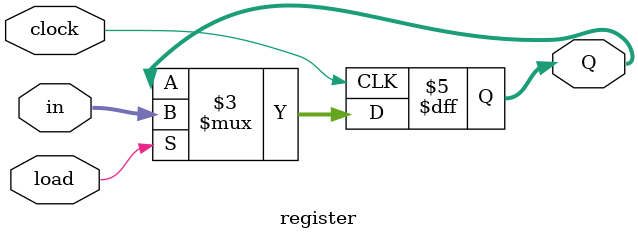
<source format=v>


// register_file file(out1,out0,pc,clk,rfld,bdin,ma,mb);
// //simulation time
// initial #sim_time $finish;

// initial begin
//   pc <= 4;
//   repeat(15) #40 pc <= pc + 4;
// end
// //manejar clock
// initial begin
//   clk <= 1'b1;
//   repeat(10) #10 clk = ~clk;
// end
// //manejar load
// initial begin
//   rfld <= 1'b0;
//   repeat (5) #20 rfld <= ~rfld;
// end
// //manejar binary decoder
// initial begin
//   bdin <= 4'b0000;
//   repeat(16) #40 bdin <= bdin + 4'b0001;
// end 
// //manejar muxA
// initial begin
//   ma <= 4'b0000;
//   #600 repeat(7) #20 ma <= ma +4'b0001;
// end
// //manejar muxB
// initial begin
//   mb <= 4'b1000;
//   #600 repeat(7) #20 mb <= mb +4'b0001;
// end
// //Load a registro 10
// initial begin
//   #750 bdin <= 10;
// end
// //Nuevo valor para registro 10
// initial begin
// #750 pc <=99;
// end
// //Seleccionar registro 10
// initial begin
//   #750 begin 
//   ma <= 10;
//   //mb <=10;
//   end
// end
// initial begin
//   $display("     OutputA         OutputB     PC   Clock  Load    MuxA    MuxB                Time");
//   $monitor("%d, %d, %d,     %b,     %b,     R%d,     R%d,  %d",out0,out1,pc,clk,rfld,ma,mb,$time);
// end
// endmodule

//Register file 
 module register_file(output wire [31:0] out1, output wire [31:0] out0, input [31:0] pc, input clk,rfld, input [3:0] bd, input[3:0]ma,input[3:0]mb);
  //Wires for binary decoder to register
  wire wbd0, wbd1, wbd2, wbd3,wbd4,wbd5,wbd6,wbd7,wbd8,wbd9,wbd10,wbd11,wbd12,wbd13,wbd14,wbd15;
  //Wires for register to multiplexers
  wire [31:0] wr0,wr1,wr2,wr3,wr4,wr5,wr6,wr7,wr8,wr9,wr10,wr11,wr12,wr13,wr14,wr15;
  
  //wires for multiplexers to exit in module arguments
  //binary decoder
  binary_decoder binde(wbd0, wbd1, wbd2, wbd3,wbd4,wbd5,wbd6,wbd7,wbd8,wbd9,wbd10,wbd11,wbd12,wbd13,wbd14,wbd15,rfld,bd);
  //Connect binary decoder to every register
  register r0(wr0,clk,wbd0,pc);//wr0
  register r1(wr1,clk,wbd1,pc);//wr1
  register r2(wr2,clk,wbd2,pc);
  register r3(wr3,clk,wbd3,pc);
  register r4(wr4,clk,wbd4,pc);
  register r5(wr5,clk,wbd5,pc);
  register r6(wr6,clk,wbd6,pc);
  register r7(wr7,clk,wbd7,pc);
  register r8(wr8,clk,wbd8,pc);
  register r9(wr9,clk,wbd9,pc); 
  register r10(wr10,clk,wbd10,pc);
  register r11(wr11,clk,wbd11,pc);
  register r12(wr12,clk,wbd12,pc);
  register r13(wr13,clk,wbd13,pc);
  register r14(wr14,clk,wbd14,pc); // link register
  register r15(wr15,clk,wbd15,pc);//wr15 // program counter
  //Connect registers to multiplexers
  mux_16_1 muxa(out0,ma,wr0,wr1,wr2,wr3,wr4,wr5,wr6,wr7,wr8,wr9,wr10,wr11,wr12,wr13,wr14,wr15);
  mux_16_1 muxb(out1,mb,wr0,wr1,wr2,wr3,wr4,wr5,wr6,wr7,wr8,wr9,wr10,wr11,wr12,wr13,wr14,wr15);
  // initial begin
  //   $display("wr0       wr1       wr2       wr3       wr4        wr5       wr6       wr7       wr8       wr9       wr10          wr11        wr12        wr13        wr14        wr15 ");
  //   $monitor("%b %b %b %b %b %b %b %b %b %b %b %b %b %b %b"
  // ,wr0,wr1,wr2,wr3,wr4,wr5,wr6,wr7,wr8,wr9,wr10,wr11,wr12,wr13,wr14,wr15);
  // end

  // initial begin
    
  //   $monitor("%d", wr15);
  
  // end
  
endmodule

//Test module: Works===========================================================================
// module test_mux;
// parameter sim_time = 25;
// wire [31:0] exit;
// reg [3:0] sel;
//   reg [31:0] in0;
//   reg [31:0] in1;
//   reg [31:0] in2;
//   reg [31:0] in3;
//   reg [31:0] in4;
//   reg [31:0] in5;
//   reg [31:0] in6;
//   reg [31:0] in7;
//   reg [31:0] in8;
//   reg [31:0] in9;
//   reg [31:0] in10;
//   reg [31:0] in11;
//   reg [31:0] in12;
//   reg [31:0] in13;
//   reg [31:0] in14;
//   reg [31:0] in15;
  

// mux_16_1 mux(exit,sel,in0,in1,in2,in3,in4,in5,in6,in7,in8,in9,in10,in11,in12,in13,in14,in15);

// initial #sim_time $finish;
//   initial begin
//     $display(" exit--------------------------------->Select----------------------->time");
//     $monitor(" %b ----> %b ----> %d",exit,sel,$time);
//   end

//   initial begin
//     sel = 4'b0000;
//     repeat(4) #5 sel = sel + 4'b0001;
//   end

//   initial begin
//     in0 = 32'b00000000000000000000000000000000;
//     in1 = 32'b00000000000000000000000000000001;
//     in2 = 32'b00000000000000000000000000000010;
//     in3 = 32'b00000000000000000000000000000011;
//     in4 = 32'b00000000000000000000111100001111;
//   end
// endmodule

module mux_16_1(output reg [31:0] exit,input [3:0] sel ,input [31:0] in0, input [31:0] in1, input [31:0] in2,input [31:0] in3,input [31:0] in4,input [31:0] in5,input [31:0] in6,
                input [31:0] in7, input [31:0] in8, input [31:0] in9,input [31:0] in10, input [31:0] in11,input [31:0] in12,input [31:0] in13,input [31:0] in14,input [31:0] in15);

always @ (*)
begin
 case (sel)
  4'b0000: exit <= in0;
  4'b0001: exit <= in1;
  4'b0010: exit <= in2;
  4'b0011: exit <= in3;
  4'b0100: exit <= in4;
  4'b0101: exit <= in5;
  4'b0110: exit <= in6;
  4'b0111: exit <= in7;
  4'b1000: exit <= in8;
  4'b1001: exit <= in9;
  4'b1010: exit <= in10;
  4'b1011: exit <= in11;
  4'b1100: exit <= in12;
  4'b1101: exit <= in13;
  4'b1110: exit <= in14;
  4'b1111: exit <= in15;
  //default: exit <= 32'b00000000000000000000000000000000;
 endcase
end
endmodule

//Test Module:Works=======================================================================
// module test_decoder;
//   parameter sim_time = 100;
//   wire ex0,ex1,ex2,ex3,ex4,ex5,ex6,ex7,ex8,ex9,ex10,ex11,ex12,ex13,ex14,ex15;
//   reg ld = 1;
//   reg [3:0]select;
// binary_decoder bd(ex0,ex1,ex2,ex3,ex4,ex5,ex6,ex7,ex8,ex9,ex10,ex11,ex12,ex13,ex14,ex15,ld,select);
//   initial #sim_time $finish;
//   initial begin
//     $display(" exit0------>exit1------>exit2------>exit3------>select------>load------>Time");
//     $monitor(" %b------>%b------>%b------>%b------>%b------>%b------>%d",ex0,ex1,ex2,ex3,select,ld,$time);
//   end
//   initial begin
//     select = 4'b0000;
//     repeat(3) #5 select = select + 4'b0001;
//   end
//   // initial begin
//   //   repeat (3) #4 ld = ~ld;
//   // end
// endmodule


module binary_decoder(output reg ex0,ex1,ex2,ex3,ex4,ex5,ex6,ex7,ex8,ex9,ex10,ex11,ex12,ex13,ex14,ex15, input ld, input [3:0]select);
  always @ (ld,select)
  begin
    if(!ld)
      begin 
        ex0 <= 0;
        ex1 <= 0;
        ex2 <= 0;
        ex3 <= 0;
        ex4 <= 0;
        ex5 <= 0;
        ex6 <= 0;
        ex7 <= 0;
        ex8 <= 0;
        ex9 <= 0;
        ex10 <= 0;
        ex11 <= 0;
        ex12 <= 0;
        ex13 <= 0;
        ex14 <= 0;
        ex15 <= 0;
      end
      else 
        begin
          //reset all values to 0 before choosing another register
          ex0 <= 0;
          ex1 <= 0;
          ex2 <= 0;
          ex3 <= 0;
          ex4 <= 0;
          ex5 <= 0;
          ex6 <= 0;
          ex7 <= 0;
          ex8 <= 0;
          ex9 <= 0;
          ex10 <= 0;
          ex11 <= 0;
          ex12 <= 0;
          ex13 <= 0;
          ex14 <= 0;
          ex15 <= 0;
          //output that selects register to load data
          case(select)
            4'b0000: ex0 <= 1'b1;
            4'b0001: ex1 <= 1'b1;
            4'b0010: ex2 <= 1'b1;
            4'b0011: ex3 <= 1'b1;
            4'b0100: ex4 <= 1'b1;
            4'b0101: ex5 <= 1'b1;
            4'b0110: ex6 <= 1'b1;
            4'b0111: ex7 <= 1'b1;
            4'b1000: ex8 <= 1'b1;
            4'b1001: ex9 <= 1'b1;
            4'b1010: ex10 <= 1'b1;
            4'b1011: ex11 <= 1'b1;
            4'b1100: ex12 <= 1'b1;
            4'b1101: ex13 <= 1'b1;
            4'b1110: ex14 <= 1'b1;
            4'b1111: ex15 <= 1'b1;
          endcase
        end
      end
endmodule

//Testing purposes 
module binary_decoder_2x1(output reg ex0,ex1,input ld, input select);
  always @ (ld,select)
  begin
    if(!ld)
      begin 
        ex0 <= 0;
        ex1 <= 0;
      end
      else 
        begin
          //reset all values to 0 before choosing another register
          ex0 <= 0;
          ex1 <= 0;

          //output that selects register to load data
          case(select)
            1'b0: ex0 <= 1'b1;
            1'b1: ex1 <= 1'b1;
          endcase
        end
      end
endmodule

//Test module: Works======
// module test_register;
// parameter sim_time = 100;
// wire [31:0] exit;
// reg clock;
// reg load;
// wire wire0;
// reg [31:0] in;
// wire [31:0] exit1;
// wire wire1;
// reg sel;

// binary_decoder_2x1 bin(wire0,wire1,load,sel);
// register rt1(exit,clock,wire0,in);
// register rt2(exit1,clock,wire1,in);


// initial #sim_time $finish;

// initial begin
//   clock <= 1'b1;
//   repeat (10) #10 clock <= ~clock;
  
// end

// initial begin
// load <= 1'b0;
// repeat(5) #20 load <= ~load;
// end

// initial begin
//  sel <= 1'b0;
//  repeat(1) #50 sel <= 1'b1;  
// end

// initial begin
//   in = 32'b00000000000000000000000000000011;
//   #45 in <= in + 32'b00000000000000000000000000000011;
// end
// initial begin
//   $monitor("register0->%b------->register1->%b------->clock->%b------->load->%b %d",exit,exit1, clock, load,$time);
// end
// // initial begin
// // $dumpfile("test.vcd");
// // $dumpvars;
// // end
// endmodule

//Registro sin clear
module register(output reg [31:0] Q, input clock,input load ,input [31:0] in );
initial Q <= 32'd0;
  always @ (posedge clock)//, posedge load
   if(load) Q <= in; //32'b0
endmodule
</source>
